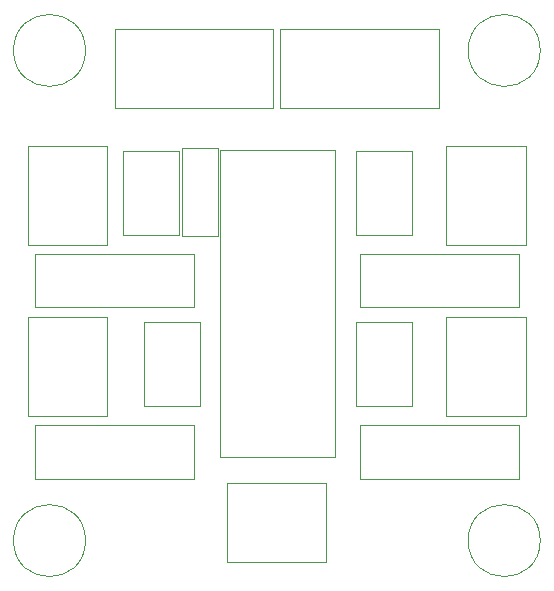
<source format=gbr>
G04 #@! TF.GenerationSoftware,KiCad,Pcbnew,(5.1.4)-1*
G04 #@! TF.CreationDate,2020-01-25T09:52:25+02:00*
G04 #@! TF.ProjectId,4_switch_array,345f7377-6974-4636-985f-61727261792e,rev?*
G04 #@! TF.SameCoordinates,Original*
G04 #@! TF.FileFunction,Other,User*
%FSLAX46Y46*%
G04 Gerber Fmt 4.6, Leading zero omitted, Abs format (unit mm)*
G04 Created by KiCad (PCBNEW (5.1.4)-1) date 2020-01-25 09:52:25*
%MOMM*%
%LPD*%
G04 APERTURE LIST*
%ADD10C,0.050000*%
G04 APERTURE END LIST*
D10*
X138750000Y-45250000D02*
X138750000Y-52750000D01*
X141750000Y-45250000D02*
X138750000Y-45250000D01*
X141750000Y-52750000D02*
X141750000Y-45250000D01*
X138750000Y-52750000D02*
X141750000Y-52750000D01*
X169050000Y-37000000D02*
G75*
G03X169050000Y-37000000I-3050000J0D01*
G01*
X169050000Y-78500000D02*
G75*
G03X169050000Y-78500000I-3050000J0D01*
G01*
X130550000Y-78500000D02*
G75*
G03X130550000Y-78500000I-3050000J0D01*
G01*
X130550000Y-37000000D02*
G75*
G03X130550000Y-37000000I-3050000J0D01*
G01*
X151700000Y-45450000D02*
X141900000Y-45450000D01*
X151700000Y-71400000D02*
X151700000Y-45450000D01*
X141900000Y-71400000D02*
X151700000Y-71400000D01*
X141900000Y-45450000D02*
X141900000Y-71400000D01*
X126250000Y-73250000D02*
X139750000Y-73250000D01*
X126250000Y-68750000D02*
X126250000Y-73250000D01*
X139750000Y-68750000D02*
X126250000Y-68750000D01*
X139750000Y-73250000D02*
X139750000Y-68750000D01*
X167250000Y-54250000D02*
X153750000Y-54250000D01*
X167250000Y-58750000D02*
X167250000Y-54250000D01*
X153750000Y-58750000D02*
X167250000Y-58750000D01*
X153750000Y-54250000D02*
X153750000Y-58750000D01*
X126250000Y-58750000D02*
X139750000Y-58750000D01*
X126250000Y-54250000D02*
X126250000Y-58750000D01*
X139750000Y-54250000D02*
X126250000Y-54250000D01*
X139750000Y-58750000D02*
X139750000Y-54250000D01*
X167250000Y-68750000D02*
X153750000Y-68750000D01*
X167250000Y-73250000D02*
X167250000Y-68750000D01*
X153750000Y-73250000D02*
X167250000Y-73250000D01*
X153750000Y-68750000D02*
X153750000Y-73250000D01*
X135490000Y-67090000D02*
X135490000Y-59990000D01*
X135490000Y-67090000D02*
X140230000Y-67090000D01*
X140230000Y-59990000D02*
X135490000Y-59990000D01*
X140230000Y-59990000D02*
X140230000Y-67090000D01*
X153490000Y-52590000D02*
X153490000Y-45490000D01*
X153490000Y-52590000D02*
X158230000Y-52590000D01*
X158230000Y-45490000D02*
X153490000Y-45490000D01*
X158230000Y-45490000D02*
X158230000Y-52590000D01*
X133740000Y-52590000D02*
X133740000Y-45490000D01*
X133740000Y-52590000D02*
X138480000Y-52590000D01*
X138480000Y-45490000D02*
X133740000Y-45490000D01*
X138480000Y-45490000D02*
X138480000Y-52590000D01*
X153490000Y-67090000D02*
X153490000Y-59990000D01*
X153490000Y-67090000D02*
X158230000Y-67090000D01*
X158230000Y-59990000D02*
X153490000Y-59990000D01*
X158230000Y-59990000D02*
X158230000Y-67090000D01*
X142550000Y-80350000D02*
X150950000Y-80350000D01*
X142550000Y-73600000D02*
X142550000Y-80350000D01*
X150950000Y-73600000D02*
X142550000Y-73600000D01*
X150950000Y-80350000D02*
X150950000Y-73600000D01*
X125650000Y-59550000D02*
X125650000Y-67950000D01*
X132400000Y-59550000D02*
X125650000Y-59550000D01*
X132400000Y-67950000D02*
X132400000Y-59550000D01*
X125650000Y-67950000D02*
X132400000Y-67950000D01*
X167850000Y-53450000D02*
X167850000Y-45050000D01*
X161100000Y-53450000D02*
X167850000Y-53450000D01*
X161100000Y-45050000D02*
X161100000Y-53450000D01*
X167850000Y-45050000D02*
X161100000Y-45050000D01*
X125650000Y-45050000D02*
X125650000Y-53450000D01*
X132400000Y-45050000D02*
X125650000Y-45050000D01*
X132400000Y-53450000D02*
X132400000Y-45050000D01*
X125650000Y-53450000D02*
X132400000Y-53450000D01*
X167850000Y-67950000D02*
X167850000Y-59550000D01*
X161100000Y-67950000D02*
X167850000Y-67950000D01*
X161100000Y-59550000D02*
X161100000Y-67950000D01*
X167850000Y-59550000D02*
X161100000Y-59550000D01*
X160450000Y-35150000D02*
X147050000Y-35150000D01*
X160450000Y-41900000D02*
X160450000Y-35150000D01*
X147050000Y-41900000D02*
X160450000Y-41900000D01*
X147050000Y-35150000D02*
X147050000Y-41900000D01*
X146450000Y-35150000D02*
X133050000Y-35150000D01*
X146450000Y-41900000D02*
X146450000Y-35150000D01*
X133050000Y-41900000D02*
X146450000Y-41900000D01*
X133050000Y-35150000D02*
X133050000Y-41900000D01*
M02*

</source>
